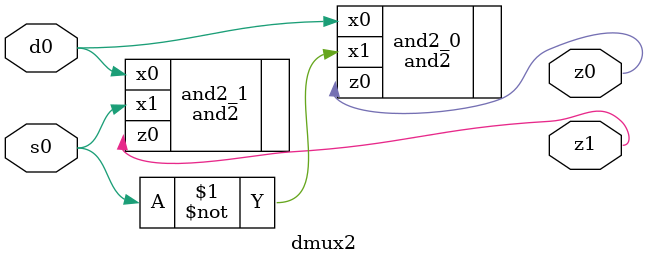
<source format=v>

`include "../../../basic_logic_design/logic_gates/and2/and2.v"

module dmux2(s0, d0, z0, z1);

// define inputs and outputs
input s0, d0;
output z0, z1;

// instantiate the logic gates
and2 and2_0 (.x0(d0), .x1(~s0), .z0(z0));
and2 and2_1 (.x0(d0), .x1(s0), .z0(z1));

endmodule


</source>
